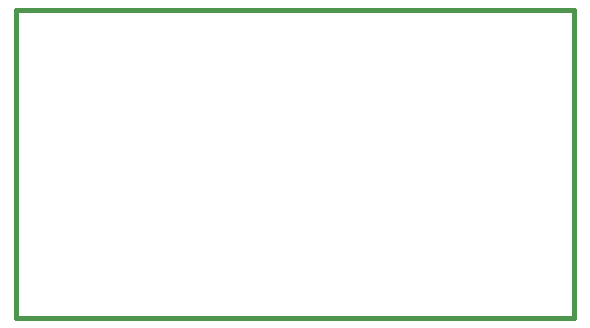
<source format=gbr>
G04 (created by PCBNEW-RS274X (2011-12-28 BZR 3254)-stable) date 12/14/2012 5:03:44 PM*
G01*
G70*
G90*
%MOIN*%
G04 Gerber Fmt 3.4, Leading zero omitted, Abs format*
%FSLAX34Y34*%
G04 APERTURE LIST*
%ADD10C,0.006000*%
%ADD11C,0.015000*%
G04 APERTURE END LIST*
G54D10*
G54D11*
X37359Y-24388D02*
X37359Y-24603D01*
X55950Y-24388D02*
X37359Y-24388D01*
X55950Y-34660D02*
X55950Y-24388D01*
X37359Y-34660D02*
X55950Y-34660D01*
X37359Y-24395D02*
X37359Y-34660D01*
M02*

</source>
